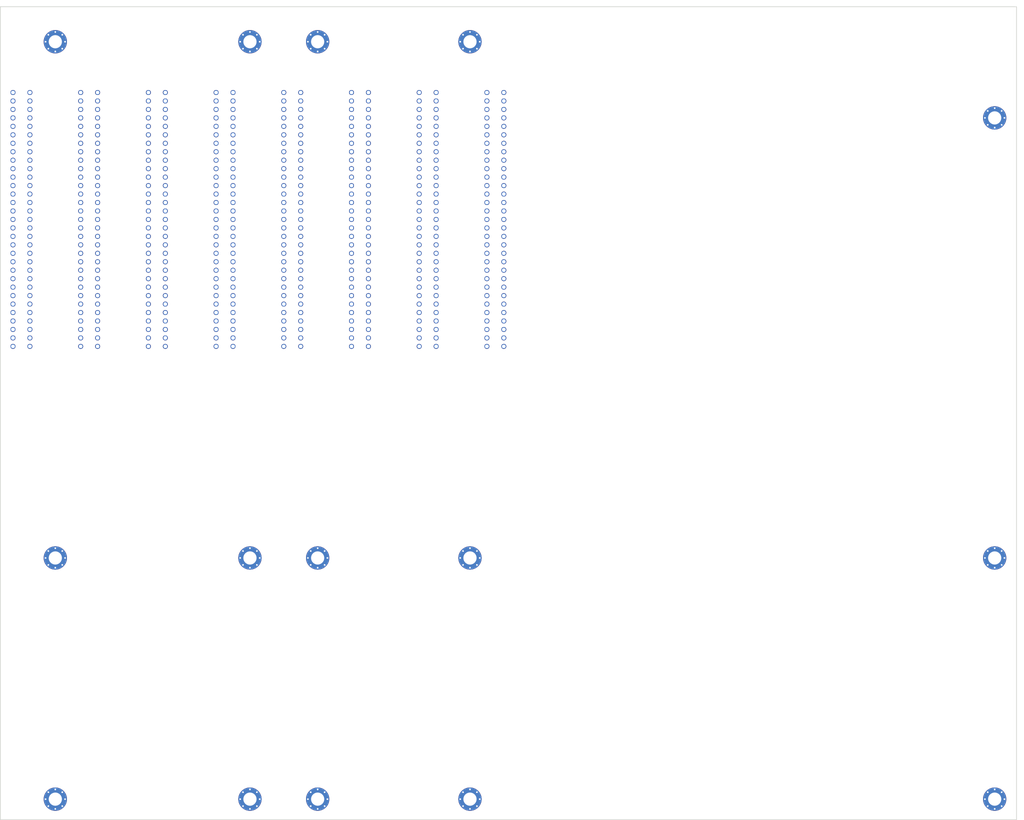
<source format=kicad_pcb>
(kicad_pcb (version 20240108) (generator "pcbnew") (generator_version "8.0")
  (footprint "8bISA" (layer "F.Cu") (at 132.0752 15.24 0))
  (footprint "8bISA" (layer "F.Cu") (at 111.7552 15.24 0))
  (footprint "8bISA" (layer "F.Cu") (at 91.4352 15.24 0))
  (footprint "8bISA" (layer "F.Cu") (at 71.1152 15.24 0))
  (footprint "8bISA" (layer "F.Cu") (at 50.7952 15.24 0))
  (footprint "8bISA" (layer "F.Cu") (at 30.4752 15.24 0))
  (footprint "8bISA" (layer "F.Cu") (at 10.1552 15.24 0))
  (footprint "8bISA" (layer "F.Cu") (at -10.1648 15.24 0))
  (footprint "HOLE" (layer "F.Cu") (at 0 0 0))
  (footprint "HOLE" (layer "F.Cu") (at 58.42 0 0))
  (footprint "HOLE" (layer "F.Cu") (at 78.74 0 0))
  (footprint "HOLE" (layer "F.Cu") (at 124.46 0 0))
  (footprint "HOLE" (layer "F.Cu") (at 281.94 22.86 0))
  (footprint "HOLE" (layer "F.Cu") (at 0 154.94 0))
  (footprint "HOLE" (layer "F.Cu") (at 58.42 154.94 0))
  (footprint "HOLE" (layer "F.Cu") (at 78.74 154.94 0))
  (footprint "HOLE" (layer "F.Cu") (at 124.46 154.94 0))
  (footprint "HOLE" (layer "F.Cu") (at 281.94 154.94 0))
  (footprint "HOLE" (layer "F.Cu") (at 0 227.33 0))
  (footprint "HOLE" (layer "F.Cu") (at 58.42 227.33 0))
  (footprint "HOLE" (layer "F.Cu") (at 78.74 227.33 0))
  (footprint "HOLE" (layer "F.Cu") (at 124.46 227.33 0))
  (footprint "HOLE" (layer "F.Cu") (at 281.94 227.33 0))
  (gr_rect (start 288.5 -10.5) (end -16.5 233.5) (stroke (width 0.2)) (fill none) (layer "Edge.Cuts"))
)
</source>
